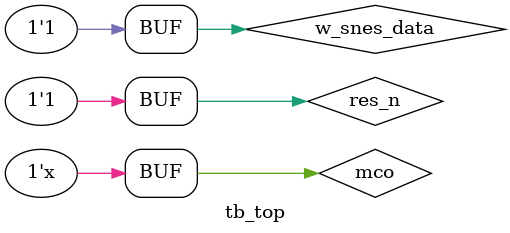
<source format=v>
`timescale 1ns / 100ps

module tb_top ();
    parameter MCO_HZ = 24000000;

	reg		mco = 1'b0;
    reg		res_n = 1'b1;
	
	// LCD
	wire	w_lcd_clk;
	wire	w_lcd_hsync;
	wire	w_lcd_vsync;
	wire	w_lcd_de;
	wire	[15:0]	w_lcd_data;

    // SNES
    wire    w_snes_clk;
    wire    w_snes_latch;
    wire    w_snes_data = 1'b1;
	
	// Tetris
	wire	[8:0]	w_vram_addr;
	wire	[4:0]	w_pos_x;
	wire	[4:0]	w_pos_y;

    // Clock
    always #(500000000 / MCO_HZ) mco <= ~mco;

    // Reset
    initial begin
        res_n = 1'b1;
        #1000;
        res_n = 1'b0;
        #1000;
        res_n = 1'b1;
    end

    // DUT
    tetris_top dut (
        .mco ( mco ),       // 24MHz

        .res_n ( res_n ),
        .btn_b ( 1'b1 ),    // 未使用
        
        .lcd_clk ( w_lcd_clk ),
        .lcd_hsync ( w_lcd_hsync ),
        .lcd_vsync ( w_lcd_vsync ),
        .lcd_de ( w_lcd_de ),
        .lcd_data ( w_lcd_data ),

        .SNES_CLK ( w_snes_clk ),
        .SNES_LATCH ( w_snes_latch ),
        .SNES_DATA ( w_snes_data )
    );

endmodule

</source>
